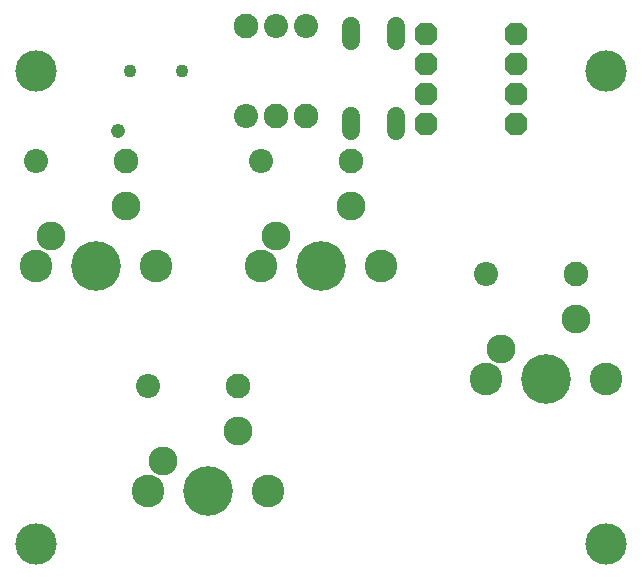
<source format=gbs>
G75*
G70*
%OFA0B0*%
%FSLAX24Y24*%
%IPPOS*%
%LPD*%
%AMOC8*
5,1,8,0,0,1.08239X$1,22.5*
%
%ADD10C,0.0966*%
%ADD11C,0.1092*%
%ADD12C,0.1655*%
%ADD13OC8,0.0760*%
%ADD14C,0.0434*%
%ADD15C,0.0806*%
%ADD16C,0.0825*%
%ADD17C,0.0600*%
%ADD18C,0.1380*%
%ADD19C,0.0476*%
D10*
X006430Y004930D03*
X008930Y005930D03*
X010180Y012430D03*
X012680Y013430D03*
X017680Y008680D03*
X020180Y009680D03*
X005180Y013430D03*
X002680Y012430D03*
D11*
X002180Y011430D03*
X006180Y011430D03*
X009680Y011430D03*
X013680Y011430D03*
X017180Y007680D03*
X021180Y007680D03*
X009930Y003930D03*
X005930Y003930D03*
D12*
X007930Y003930D03*
X004180Y011430D03*
X011680Y011430D03*
X019180Y007680D03*
D13*
X018180Y016180D03*
X018180Y017180D03*
X018180Y018180D03*
X018180Y019180D03*
X015180Y019180D03*
X015180Y018180D03*
X015180Y017180D03*
X015180Y016180D03*
D14*
X007046Y017930D03*
X005314Y017930D03*
D15*
X002180Y014930D03*
X009180Y016430D03*
X009680Y014930D03*
X010180Y019430D03*
X011180Y019430D03*
X017180Y011180D03*
X005930Y007430D03*
D16*
X008930Y007430D03*
X005180Y014930D03*
X010180Y016430D03*
X011180Y016430D03*
X012680Y014930D03*
X009180Y019430D03*
X020180Y011180D03*
D17*
X014180Y015920D02*
X014180Y016440D01*
X012680Y016440D02*
X012680Y015920D01*
X012680Y018920D02*
X012680Y019440D01*
X014180Y019440D02*
X014180Y018920D01*
D18*
X002180Y002180D03*
X002180Y017930D03*
X021180Y017930D03*
X021180Y002180D03*
D19*
X004930Y015930D03*
M02*

</source>
